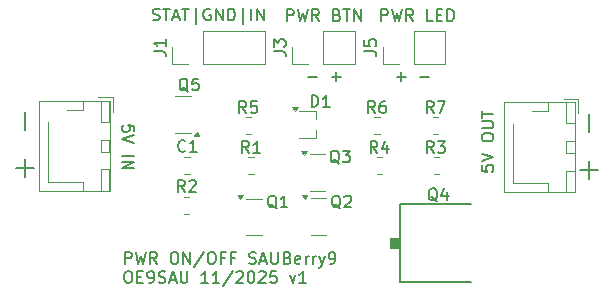
<source format=gbr>
%TF.GenerationSoftware,KiCad,Pcbnew,9.0.4*%
%TF.CreationDate,2025-11-06T12:38:59+01:00*%
%TF.ProjectId,pwr_board,7077725f-626f-4617-9264-2e6b69636164,rev?*%
%TF.SameCoordinates,Original*%
%TF.FileFunction,Legend,Top*%
%TF.FilePolarity,Positive*%
%FSLAX46Y46*%
G04 Gerber Fmt 4.6, Leading zero omitted, Abs format (unit mm)*
G04 Created by KiCad (PCBNEW 9.0.4) date 2025-11-06 12:38:59*
%MOMM*%
%LPD*%
G01*
G04 APERTURE LIST*
%ADD10C,0.200000*%
%ADD11C,0.150000*%
%ADD12C,0.120000*%
%ADD13C,0.203200*%
%ADD14C,0.010000*%
G04 APERTURE END LIST*
D10*
X167750073Y-75584419D02*
X167750073Y-74584419D01*
X167750073Y-74584419D02*
X168131025Y-74584419D01*
X168131025Y-74584419D02*
X168226263Y-74632038D01*
X168226263Y-74632038D02*
X168273882Y-74679657D01*
X168273882Y-74679657D02*
X168321501Y-74774895D01*
X168321501Y-74774895D02*
X168321501Y-74917752D01*
X168321501Y-74917752D02*
X168273882Y-75012990D01*
X168273882Y-75012990D02*
X168226263Y-75060609D01*
X168226263Y-75060609D02*
X168131025Y-75108228D01*
X168131025Y-75108228D02*
X167750073Y-75108228D01*
X168654835Y-74584419D02*
X168892930Y-75584419D01*
X168892930Y-75584419D02*
X169083406Y-74870133D01*
X169083406Y-74870133D02*
X169273882Y-75584419D01*
X169273882Y-75584419D02*
X169511978Y-74584419D01*
X170464358Y-75584419D02*
X170131025Y-75108228D01*
X169892930Y-75584419D02*
X169892930Y-74584419D01*
X169892930Y-74584419D02*
X170273882Y-74584419D01*
X170273882Y-74584419D02*
X170369120Y-74632038D01*
X170369120Y-74632038D02*
X170416739Y-74679657D01*
X170416739Y-74679657D02*
X170464358Y-74774895D01*
X170464358Y-74774895D02*
X170464358Y-74917752D01*
X170464358Y-74917752D02*
X170416739Y-75012990D01*
X170416739Y-75012990D02*
X170369120Y-75060609D01*
X170369120Y-75060609D02*
X170273882Y-75108228D01*
X170273882Y-75108228D02*
X169892930Y-75108228D01*
X172131025Y-75584419D02*
X171654835Y-75584419D01*
X171654835Y-75584419D02*
X171654835Y-74584419D01*
X172464359Y-75060609D02*
X172797692Y-75060609D01*
X172940549Y-75584419D02*
X172464359Y-75584419D01*
X172464359Y-75584419D02*
X172464359Y-74584419D01*
X172464359Y-74584419D02*
X172940549Y-74584419D01*
X173369121Y-75584419D02*
X173369121Y-74584419D01*
X173369121Y-74584419D02*
X173607216Y-74584419D01*
X173607216Y-74584419D02*
X173750073Y-74632038D01*
X173750073Y-74632038D02*
X173845311Y-74727276D01*
X173845311Y-74727276D02*
X173892930Y-74822514D01*
X173892930Y-74822514D02*
X173940549Y-75012990D01*
X173940549Y-75012990D02*
X173940549Y-75155847D01*
X173940549Y-75155847D02*
X173892930Y-75346323D01*
X173892930Y-75346323D02*
X173845311Y-75441561D01*
X173845311Y-75441561D02*
X173750073Y-75536800D01*
X173750073Y-75536800D02*
X173607216Y-75584419D01*
X173607216Y-75584419D02*
X173369121Y-75584419D01*
X148422054Y-75486000D02*
X148564911Y-75533619D01*
X148564911Y-75533619D02*
X148803006Y-75533619D01*
X148803006Y-75533619D02*
X148898244Y-75486000D01*
X148898244Y-75486000D02*
X148945863Y-75438380D01*
X148945863Y-75438380D02*
X148993482Y-75343142D01*
X148993482Y-75343142D02*
X148993482Y-75247904D01*
X148993482Y-75247904D02*
X148945863Y-75152666D01*
X148945863Y-75152666D02*
X148898244Y-75105047D01*
X148898244Y-75105047D02*
X148803006Y-75057428D01*
X148803006Y-75057428D02*
X148612530Y-75009809D01*
X148612530Y-75009809D02*
X148517292Y-74962190D01*
X148517292Y-74962190D02*
X148469673Y-74914571D01*
X148469673Y-74914571D02*
X148422054Y-74819333D01*
X148422054Y-74819333D02*
X148422054Y-74724095D01*
X148422054Y-74724095D02*
X148469673Y-74628857D01*
X148469673Y-74628857D02*
X148517292Y-74581238D01*
X148517292Y-74581238D02*
X148612530Y-74533619D01*
X148612530Y-74533619D02*
X148850625Y-74533619D01*
X148850625Y-74533619D02*
X148993482Y-74581238D01*
X149279197Y-74533619D02*
X149850625Y-74533619D01*
X149564911Y-75533619D02*
X149564911Y-74533619D01*
X150136340Y-75247904D02*
X150612530Y-75247904D01*
X150041102Y-75533619D02*
X150374435Y-74533619D01*
X150374435Y-74533619D02*
X150707768Y-75533619D01*
X150898245Y-74533619D02*
X151469673Y-74533619D01*
X151183959Y-75533619D02*
X151183959Y-74533619D01*
X152041102Y-75866952D02*
X152041102Y-74438380D01*
X153279197Y-74581238D02*
X153183959Y-74533619D01*
X153183959Y-74533619D02*
X153041102Y-74533619D01*
X153041102Y-74533619D02*
X152898245Y-74581238D01*
X152898245Y-74581238D02*
X152803007Y-74676476D01*
X152803007Y-74676476D02*
X152755388Y-74771714D01*
X152755388Y-74771714D02*
X152707769Y-74962190D01*
X152707769Y-74962190D02*
X152707769Y-75105047D01*
X152707769Y-75105047D02*
X152755388Y-75295523D01*
X152755388Y-75295523D02*
X152803007Y-75390761D01*
X152803007Y-75390761D02*
X152898245Y-75486000D01*
X152898245Y-75486000D02*
X153041102Y-75533619D01*
X153041102Y-75533619D02*
X153136340Y-75533619D01*
X153136340Y-75533619D02*
X153279197Y-75486000D01*
X153279197Y-75486000D02*
X153326816Y-75438380D01*
X153326816Y-75438380D02*
X153326816Y-75105047D01*
X153326816Y-75105047D02*
X153136340Y-75105047D01*
X153755388Y-75533619D02*
X153755388Y-74533619D01*
X153755388Y-74533619D02*
X154326816Y-75533619D01*
X154326816Y-75533619D02*
X154326816Y-74533619D01*
X154803007Y-75533619D02*
X154803007Y-74533619D01*
X154803007Y-74533619D02*
X155041102Y-74533619D01*
X155041102Y-74533619D02*
X155183959Y-74581238D01*
X155183959Y-74581238D02*
X155279197Y-74676476D01*
X155279197Y-74676476D02*
X155326816Y-74771714D01*
X155326816Y-74771714D02*
X155374435Y-74962190D01*
X155374435Y-74962190D02*
X155374435Y-75105047D01*
X155374435Y-75105047D02*
X155326816Y-75295523D01*
X155326816Y-75295523D02*
X155279197Y-75390761D01*
X155279197Y-75390761D02*
X155183959Y-75486000D01*
X155183959Y-75486000D02*
X155041102Y-75533619D01*
X155041102Y-75533619D02*
X154803007Y-75533619D01*
X156041102Y-75866952D02*
X156041102Y-74438380D01*
X156755388Y-75533619D02*
X156755388Y-74533619D01*
X157231578Y-75533619D02*
X157231578Y-74533619D01*
X157231578Y-74533619D02*
X157803006Y-75533619D01*
X157803006Y-75533619D02*
X157803006Y-74533619D01*
D11*
X146830180Y-84912969D02*
X146830180Y-84436779D01*
X146830180Y-84436779D02*
X146353990Y-84389160D01*
X146353990Y-84389160D02*
X146401609Y-84436779D01*
X146401609Y-84436779D02*
X146449228Y-84532017D01*
X146449228Y-84532017D02*
X146449228Y-84770112D01*
X146449228Y-84770112D02*
X146401609Y-84865350D01*
X146401609Y-84865350D02*
X146353990Y-84912969D01*
X146353990Y-84912969D02*
X146258752Y-84960588D01*
X146258752Y-84960588D02*
X146020657Y-84960588D01*
X146020657Y-84960588D02*
X145925419Y-84912969D01*
X145925419Y-84912969D02*
X145877800Y-84865350D01*
X145877800Y-84865350D02*
X145830180Y-84770112D01*
X145830180Y-84770112D02*
X145830180Y-84532017D01*
X145830180Y-84532017D02*
X145877800Y-84436779D01*
X145877800Y-84436779D02*
X145925419Y-84389160D01*
X146830180Y-85246303D02*
X145830180Y-85579636D01*
X145830180Y-85579636D02*
X146830180Y-85912969D01*
X145830180Y-87008208D02*
X146830180Y-87008208D01*
X145830180Y-87484398D02*
X146830180Y-87484398D01*
X146830180Y-87484398D02*
X145830180Y-88055826D01*
X145830180Y-88055826D02*
X146830180Y-88055826D01*
D10*
X159774473Y-75584419D02*
X159774473Y-74584419D01*
X159774473Y-74584419D02*
X160155425Y-74584419D01*
X160155425Y-74584419D02*
X160250663Y-74632038D01*
X160250663Y-74632038D02*
X160298282Y-74679657D01*
X160298282Y-74679657D02*
X160345901Y-74774895D01*
X160345901Y-74774895D02*
X160345901Y-74917752D01*
X160345901Y-74917752D02*
X160298282Y-75012990D01*
X160298282Y-75012990D02*
X160250663Y-75060609D01*
X160250663Y-75060609D02*
X160155425Y-75108228D01*
X160155425Y-75108228D02*
X159774473Y-75108228D01*
X160679235Y-74584419D02*
X160917330Y-75584419D01*
X160917330Y-75584419D02*
X161107806Y-74870133D01*
X161107806Y-74870133D02*
X161298282Y-75584419D01*
X161298282Y-75584419D02*
X161536378Y-74584419D01*
X162488758Y-75584419D02*
X162155425Y-75108228D01*
X161917330Y-75584419D02*
X161917330Y-74584419D01*
X161917330Y-74584419D02*
X162298282Y-74584419D01*
X162298282Y-74584419D02*
X162393520Y-74632038D01*
X162393520Y-74632038D02*
X162441139Y-74679657D01*
X162441139Y-74679657D02*
X162488758Y-74774895D01*
X162488758Y-74774895D02*
X162488758Y-74917752D01*
X162488758Y-74917752D02*
X162441139Y-75012990D01*
X162441139Y-75012990D02*
X162393520Y-75060609D01*
X162393520Y-75060609D02*
X162298282Y-75108228D01*
X162298282Y-75108228D02*
X161917330Y-75108228D01*
X164012568Y-75060609D02*
X164155425Y-75108228D01*
X164155425Y-75108228D02*
X164203044Y-75155847D01*
X164203044Y-75155847D02*
X164250663Y-75251085D01*
X164250663Y-75251085D02*
X164250663Y-75393942D01*
X164250663Y-75393942D02*
X164203044Y-75489180D01*
X164203044Y-75489180D02*
X164155425Y-75536800D01*
X164155425Y-75536800D02*
X164060187Y-75584419D01*
X164060187Y-75584419D02*
X163679235Y-75584419D01*
X163679235Y-75584419D02*
X163679235Y-74584419D01*
X163679235Y-74584419D02*
X164012568Y-74584419D01*
X164012568Y-74584419D02*
X164107806Y-74632038D01*
X164107806Y-74632038D02*
X164155425Y-74679657D01*
X164155425Y-74679657D02*
X164203044Y-74774895D01*
X164203044Y-74774895D02*
X164203044Y-74870133D01*
X164203044Y-74870133D02*
X164155425Y-74965371D01*
X164155425Y-74965371D02*
X164107806Y-75012990D01*
X164107806Y-75012990D02*
X164012568Y-75060609D01*
X164012568Y-75060609D02*
X163679235Y-75060609D01*
X164536378Y-74584419D02*
X165107806Y-74584419D01*
X164822092Y-75584419D02*
X164822092Y-74584419D01*
X165441140Y-75584419D02*
X165441140Y-74584419D01*
X165441140Y-74584419D02*
X166012568Y-75584419D01*
X166012568Y-75584419D02*
X166012568Y-74584419D01*
X137582933Y-88792231D02*
X137582933Y-87268422D01*
X138344838Y-88030326D02*
X136821028Y-88030326D01*
X137582933Y-84792231D02*
X137582933Y-83268422D01*
X146064073Y-96148875D02*
X146064073Y-95148875D01*
X146064073Y-95148875D02*
X146445025Y-95148875D01*
X146445025Y-95148875D02*
X146540263Y-95196494D01*
X146540263Y-95196494D02*
X146587882Y-95244113D01*
X146587882Y-95244113D02*
X146635501Y-95339351D01*
X146635501Y-95339351D02*
X146635501Y-95482208D01*
X146635501Y-95482208D02*
X146587882Y-95577446D01*
X146587882Y-95577446D02*
X146540263Y-95625065D01*
X146540263Y-95625065D02*
X146445025Y-95672684D01*
X146445025Y-95672684D02*
X146064073Y-95672684D01*
X146968835Y-95148875D02*
X147206930Y-96148875D01*
X147206930Y-96148875D02*
X147397406Y-95434589D01*
X147397406Y-95434589D02*
X147587882Y-96148875D01*
X147587882Y-96148875D02*
X147825978Y-95148875D01*
X148778358Y-96148875D02*
X148445025Y-95672684D01*
X148206930Y-96148875D02*
X148206930Y-95148875D01*
X148206930Y-95148875D02*
X148587882Y-95148875D01*
X148587882Y-95148875D02*
X148683120Y-95196494D01*
X148683120Y-95196494D02*
X148730739Y-95244113D01*
X148730739Y-95244113D02*
X148778358Y-95339351D01*
X148778358Y-95339351D02*
X148778358Y-95482208D01*
X148778358Y-95482208D02*
X148730739Y-95577446D01*
X148730739Y-95577446D02*
X148683120Y-95625065D01*
X148683120Y-95625065D02*
X148587882Y-95672684D01*
X148587882Y-95672684D02*
X148206930Y-95672684D01*
X150159311Y-95148875D02*
X150349787Y-95148875D01*
X150349787Y-95148875D02*
X150445025Y-95196494D01*
X150445025Y-95196494D02*
X150540263Y-95291732D01*
X150540263Y-95291732D02*
X150587882Y-95482208D01*
X150587882Y-95482208D02*
X150587882Y-95815541D01*
X150587882Y-95815541D02*
X150540263Y-96006017D01*
X150540263Y-96006017D02*
X150445025Y-96101256D01*
X150445025Y-96101256D02*
X150349787Y-96148875D01*
X150349787Y-96148875D02*
X150159311Y-96148875D01*
X150159311Y-96148875D02*
X150064073Y-96101256D01*
X150064073Y-96101256D02*
X149968835Y-96006017D01*
X149968835Y-96006017D02*
X149921216Y-95815541D01*
X149921216Y-95815541D02*
X149921216Y-95482208D01*
X149921216Y-95482208D02*
X149968835Y-95291732D01*
X149968835Y-95291732D02*
X150064073Y-95196494D01*
X150064073Y-95196494D02*
X150159311Y-95148875D01*
X151016454Y-96148875D02*
X151016454Y-95148875D01*
X151016454Y-95148875D02*
X151587882Y-96148875D01*
X151587882Y-96148875D02*
X151587882Y-95148875D01*
X152778358Y-95101256D02*
X151921216Y-96386970D01*
X153302168Y-95148875D02*
X153492644Y-95148875D01*
X153492644Y-95148875D02*
X153587882Y-95196494D01*
X153587882Y-95196494D02*
X153683120Y-95291732D01*
X153683120Y-95291732D02*
X153730739Y-95482208D01*
X153730739Y-95482208D02*
X153730739Y-95815541D01*
X153730739Y-95815541D02*
X153683120Y-96006017D01*
X153683120Y-96006017D02*
X153587882Y-96101256D01*
X153587882Y-96101256D02*
X153492644Y-96148875D01*
X153492644Y-96148875D02*
X153302168Y-96148875D01*
X153302168Y-96148875D02*
X153206930Y-96101256D01*
X153206930Y-96101256D02*
X153111692Y-96006017D01*
X153111692Y-96006017D02*
X153064073Y-95815541D01*
X153064073Y-95815541D02*
X153064073Y-95482208D01*
X153064073Y-95482208D02*
X153111692Y-95291732D01*
X153111692Y-95291732D02*
X153206930Y-95196494D01*
X153206930Y-95196494D02*
X153302168Y-95148875D01*
X154492644Y-95625065D02*
X154159311Y-95625065D01*
X154159311Y-96148875D02*
X154159311Y-95148875D01*
X154159311Y-95148875D02*
X154635501Y-95148875D01*
X155349787Y-95625065D02*
X155016454Y-95625065D01*
X155016454Y-96148875D02*
X155016454Y-95148875D01*
X155016454Y-95148875D02*
X155492644Y-95148875D01*
X156587883Y-96101256D02*
X156730740Y-96148875D01*
X156730740Y-96148875D02*
X156968835Y-96148875D01*
X156968835Y-96148875D02*
X157064073Y-96101256D01*
X157064073Y-96101256D02*
X157111692Y-96053636D01*
X157111692Y-96053636D02*
X157159311Y-95958398D01*
X157159311Y-95958398D02*
X157159311Y-95863160D01*
X157159311Y-95863160D02*
X157111692Y-95767922D01*
X157111692Y-95767922D02*
X157064073Y-95720303D01*
X157064073Y-95720303D02*
X156968835Y-95672684D01*
X156968835Y-95672684D02*
X156778359Y-95625065D01*
X156778359Y-95625065D02*
X156683121Y-95577446D01*
X156683121Y-95577446D02*
X156635502Y-95529827D01*
X156635502Y-95529827D02*
X156587883Y-95434589D01*
X156587883Y-95434589D02*
X156587883Y-95339351D01*
X156587883Y-95339351D02*
X156635502Y-95244113D01*
X156635502Y-95244113D02*
X156683121Y-95196494D01*
X156683121Y-95196494D02*
X156778359Y-95148875D01*
X156778359Y-95148875D02*
X157016454Y-95148875D01*
X157016454Y-95148875D02*
X157159311Y-95196494D01*
X157540264Y-95863160D02*
X158016454Y-95863160D01*
X157445026Y-96148875D02*
X157778359Y-95148875D01*
X157778359Y-95148875D02*
X158111692Y-96148875D01*
X158445026Y-95148875D02*
X158445026Y-95958398D01*
X158445026Y-95958398D02*
X158492645Y-96053636D01*
X158492645Y-96053636D02*
X158540264Y-96101256D01*
X158540264Y-96101256D02*
X158635502Y-96148875D01*
X158635502Y-96148875D02*
X158825978Y-96148875D01*
X158825978Y-96148875D02*
X158921216Y-96101256D01*
X158921216Y-96101256D02*
X158968835Y-96053636D01*
X158968835Y-96053636D02*
X159016454Y-95958398D01*
X159016454Y-95958398D02*
X159016454Y-95148875D01*
X159825978Y-95625065D02*
X159968835Y-95672684D01*
X159968835Y-95672684D02*
X160016454Y-95720303D01*
X160016454Y-95720303D02*
X160064073Y-95815541D01*
X160064073Y-95815541D02*
X160064073Y-95958398D01*
X160064073Y-95958398D02*
X160016454Y-96053636D01*
X160016454Y-96053636D02*
X159968835Y-96101256D01*
X159968835Y-96101256D02*
X159873597Y-96148875D01*
X159873597Y-96148875D02*
X159492645Y-96148875D01*
X159492645Y-96148875D02*
X159492645Y-95148875D01*
X159492645Y-95148875D02*
X159825978Y-95148875D01*
X159825978Y-95148875D02*
X159921216Y-95196494D01*
X159921216Y-95196494D02*
X159968835Y-95244113D01*
X159968835Y-95244113D02*
X160016454Y-95339351D01*
X160016454Y-95339351D02*
X160016454Y-95434589D01*
X160016454Y-95434589D02*
X159968835Y-95529827D01*
X159968835Y-95529827D02*
X159921216Y-95577446D01*
X159921216Y-95577446D02*
X159825978Y-95625065D01*
X159825978Y-95625065D02*
X159492645Y-95625065D01*
X160873597Y-96101256D02*
X160778359Y-96148875D01*
X160778359Y-96148875D02*
X160587883Y-96148875D01*
X160587883Y-96148875D02*
X160492645Y-96101256D01*
X160492645Y-96101256D02*
X160445026Y-96006017D01*
X160445026Y-96006017D02*
X160445026Y-95625065D01*
X160445026Y-95625065D02*
X160492645Y-95529827D01*
X160492645Y-95529827D02*
X160587883Y-95482208D01*
X160587883Y-95482208D02*
X160778359Y-95482208D01*
X160778359Y-95482208D02*
X160873597Y-95529827D01*
X160873597Y-95529827D02*
X160921216Y-95625065D01*
X160921216Y-95625065D02*
X160921216Y-95720303D01*
X160921216Y-95720303D02*
X160445026Y-95815541D01*
X161349788Y-96148875D02*
X161349788Y-95482208D01*
X161349788Y-95672684D02*
X161397407Y-95577446D01*
X161397407Y-95577446D02*
X161445026Y-95529827D01*
X161445026Y-95529827D02*
X161540264Y-95482208D01*
X161540264Y-95482208D02*
X161635502Y-95482208D01*
X161968836Y-96148875D02*
X161968836Y-95482208D01*
X161968836Y-95672684D02*
X162016455Y-95577446D01*
X162016455Y-95577446D02*
X162064074Y-95529827D01*
X162064074Y-95529827D02*
X162159312Y-95482208D01*
X162159312Y-95482208D02*
X162254550Y-95482208D01*
X162492646Y-95482208D02*
X162730741Y-96148875D01*
X162968836Y-95482208D02*
X162730741Y-96148875D01*
X162730741Y-96148875D02*
X162635503Y-96386970D01*
X162635503Y-96386970D02*
X162587884Y-96434589D01*
X162587884Y-96434589D02*
X162492646Y-96482208D01*
X163397408Y-96148875D02*
X163587884Y-96148875D01*
X163587884Y-96148875D02*
X163683122Y-96101256D01*
X163683122Y-96101256D02*
X163730741Y-96053636D01*
X163730741Y-96053636D02*
X163825979Y-95910779D01*
X163825979Y-95910779D02*
X163873598Y-95720303D01*
X163873598Y-95720303D02*
X163873598Y-95339351D01*
X163873598Y-95339351D02*
X163825979Y-95244113D01*
X163825979Y-95244113D02*
X163778360Y-95196494D01*
X163778360Y-95196494D02*
X163683122Y-95148875D01*
X163683122Y-95148875D02*
X163492646Y-95148875D01*
X163492646Y-95148875D02*
X163397408Y-95196494D01*
X163397408Y-95196494D02*
X163349789Y-95244113D01*
X163349789Y-95244113D02*
X163302170Y-95339351D01*
X163302170Y-95339351D02*
X163302170Y-95577446D01*
X163302170Y-95577446D02*
X163349789Y-95672684D01*
X163349789Y-95672684D02*
X163397408Y-95720303D01*
X163397408Y-95720303D02*
X163492646Y-95767922D01*
X163492646Y-95767922D02*
X163683122Y-95767922D01*
X163683122Y-95767922D02*
X163778360Y-95720303D01*
X163778360Y-95720303D02*
X163825979Y-95672684D01*
X163825979Y-95672684D02*
X163873598Y-95577446D01*
X146254549Y-96758819D02*
X146445025Y-96758819D01*
X146445025Y-96758819D02*
X146540263Y-96806438D01*
X146540263Y-96806438D02*
X146635501Y-96901676D01*
X146635501Y-96901676D02*
X146683120Y-97092152D01*
X146683120Y-97092152D02*
X146683120Y-97425485D01*
X146683120Y-97425485D02*
X146635501Y-97615961D01*
X146635501Y-97615961D02*
X146540263Y-97711200D01*
X146540263Y-97711200D02*
X146445025Y-97758819D01*
X146445025Y-97758819D02*
X146254549Y-97758819D01*
X146254549Y-97758819D02*
X146159311Y-97711200D01*
X146159311Y-97711200D02*
X146064073Y-97615961D01*
X146064073Y-97615961D02*
X146016454Y-97425485D01*
X146016454Y-97425485D02*
X146016454Y-97092152D01*
X146016454Y-97092152D02*
X146064073Y-96901676D01*
X146064073Y-96901676D02*
X146159311Y-96806438D01*
X146159311Y-96806438D02*
X146254549Y-96758819D01*
X147111692Y-97235009D02*
X147445025Y-97235009D01*
X147587882Y-97758819D02*
X147111692Y-97758819D01*
X147111692Y-97758819D02*
X147111692Y-96758819D01*
X147111692Y-96758819D02*
X147587882Y-96758819D01*
X148064073Y-97758819D02*
X148254549Y-97758819D01*
X148254549Y-97758819D02*
X148349787Y-97711200D01*
X148349787Y-97711200D02*
X148397406Y-97663580D01*
X148397406Y-97663580D02*
X148492644Y-97520723D01*
X148492644Y-97520723D02*
X148540263Y-97330247D01*
X148540263Y-97330247D02*
X148540263Y-96949295D01*
X148540263Y-96949295D02*
X148492644Y-96854057D01*
X148492644Y-96854057D02*
X148445025Y-96806438D01*
X148445025Y-96806438D02*
X148349787Y-96758819D01*
X148349787Y-96758819D02*
X148159311Y-96758819D01*
X148159311Y-96758819D02*
X148064073Y-96806438D01*
X148064073Y-96806438D02*
X148016454Y-96854057D01*
X148016454Y-96854057D02*
X147968835Y-96949295D01*
X147968835Y-96949295D02*
X147968835Y-97187390D01*
X147968835Y-97187390D02*
X148016454Y-97282628D01*
X148016454Y-97282628D02*
X148064073Y-97330247D01*
X148064073Y-97330247D02*
X148159311Y-97377866D01*
X148159311Y-97377866D02*
X148349787Y-97377866D01*
X148349787Y-97377866D02*
X148445025Y-97330247D01*
X148445025Y-97330247D02*
X148492644Y-97282628D01*
X148492644Y-97282628D02*
X148540263Y-97187390D01*
X148921216Y-97711200D02*
X149064073Y-97758819D01*
X149064073Y-97758819D02*
X149302168Y-97758819D01*
X149302168Y-97758819D02*
X149397406Y-97711200D01*
X149397406Y-97711200D02*
X149445025Y-97663580D01*
X149445025Y-97663580D02*
X149492644Y-97568342D01*
X149492644Y-97568342D02*
X149492644Y-97473104D01*
X149492644Y-97473104D02*
X149445025Y-97377866D01*
X149445025Y-97377866D02*
X149397406Y-97330247D01*
X149397406Y-97330247D02*
X149302168Y-97282628D01*
X149302168Y-97282628D02*
X149111692Y-97235009D01*
X149111692Y-97235009D02*
X149016454Y-97187390D01*
X149016454Y-97187390D02*
X148968835Y-97139771D01*
X148968835Y-97139771D02*
X148921216Y-97044533D01*
X148921216Y-97044533D02*
X148921216Y-96949295D01*
X148921216Y-96949295D02*
X148968835Y-96854057D01*
X148968835Y-96854057D02*
X149016454Y-96806438D01*
X149016454Y-96806438D02*
X149111692Y-96758819D01*
X149111692Y-96758819D02*
X149349787Y-96758819D01*
X149349787Y-96758819D02*
X149492644Y-96806438D01*
X149873597Y-97473104D02*
X150349787Y-97473104D01*
X149778359Y-97758819D02*
X150111692Y-96758819D01*
X150111692Y-96758819D02*
X150445025Y-97758819D01*
X150778359Y-96758819D02*
X150778359Y-97568342D01*
X150778359Y-97568342D02*
X150825978Y-97663580D01*
X150825978Y-97663580D02*
X150873597Y-97711200D01*
X150873597Y-97711200D02*
X150968835Y-97758819D01*
X150968835Y-97758819D02*
X151159311Y-97758819D01*
X151159311Y-97758819D02*
X151254549Y-97711200D01*
X151254549Y-97711200D02*
X151302168Y-97663580D01*
X151302168Y-97663580D02*
X151349787Y-97568342D01*
X151349787Y-97568342D02*
X151349787Y-96758819D01*
X153111692Y-97758819D02*
X152540264Y-97758819D01*
X152825978Y-97758819D02*
X152825978Y-96758819D01*
X152825978Y-96758819D02*
X152730740Y-96901676D01*
X152730740Y-96901676D02*
X152635502Y-96996914D01*
X152635502Y-96996914D02*
X152540264Y-97044533D01*
X154064073Y-97758819D02*
X153492645Y-97758819D01*
X153778359Y-97758819D02*
X153778359Y-96758819D01*
X153778359Y-96758819D02*
X153683121Y-96901676D01*
X153683121Y-96901676D02*
X153587883Y-96996914D01*
X153587883Y-96996914D02*
X153492645Y-97044533D01*
X155206930Y-96711200D02*
X154349788Y-97996914D01*
X155492645Y-96854057D02*
X155540264Y-96806438D01*
X155540264Y-96806438D02*
X155635502Y-96758819D01*
X155635502Y-96758819D02*
X155873597Y-96758819D01*
X155873597Y-96758819D02*
X155968835Y-96806438D01*
X155968835Y-96806438D02*
X156016454Y-96854057D01*
X156016454Y-96854057D02*
X156064073Y-96949295D01*
X156064073Y-96949295D02*
X156064073Y-97044533D01*
X156064073Y-97044533D02*
X156016454Y-97187390D01*
X156016454Y-97187390D02*
X155445026Y-97758819D01*
X155445026Y-97758819D02*
X156064073Y-97758819D01*
X156683121Y-96758819D02*
X156778359Y-96758819D01*
X156778359Y-96758819D02*
X156873597Y-96806438D01*
X156873597Y-96806438D02*
X156921216Y-96854057D01*
X156921216Y-96854057D02*
X156968835Y-96949295D01*
X156968835Y-96949295D02*
X157016454Y-97139771D01*
X157016454Y-97139771D02*
X157016454Y-97377866D01*
X157016454Y-97377866D02*
X156968835Y-97568342D01*
X156968835Y-97568342D02*
X156921216Y-97663580D01*
X156921216Y-97663580D02*
X156873597Y-97711200D01*
X156873597Y-97711200D02*
X156778359Y-97758819D01*
X156778359Y-97758819D02*
X156683121Y-97758819D01*
X156683121Y-97758819D02*
X156587883Y-97711200D01*
X156587883Y-97711200D02*
X156540264Y-97663580D01*
X156540264Y-97663580D02*
X156492645Y-97568342D01*
X156492645Y-97568342D02*
X156445026Y-97377866D01*
X156445026Y-97377866D02*
X156445026Y-97139771D01*
X156445026Y-97139771D02*
X156492645Y-96949295D01*
X156492645Y-96949295D02*
X156540264Y-96854057D01*
X156540264Y-96854057D02*
X156587883Y-96806438D01*
X156587883Y-96806438D02*
X156683121Y-96758819D01*
X157397407Y-96854057D02*
X157445026Y-96806438D01*
X157445026Y-96806438D02*
X157540264Y-96758819D01*
X157540264Y-96758819D02*
X157778359Y-96758819D01*
X157778359Y-96758819D02*
X157873597Y-96806438D01*
X157873597Y-96806438D02*
X157921216Y-96854057D01*
X157921216Y-96854057D02*
X157968835Y-96949295D01*
X157968835Y-96949295D02*
X157968835Y-97044533D01*
X157968835Y-97044533D02*
X157921216Y-97187390D01*
X157921216Y-97187390D02*
X157349788Y-97758819D01*
X157349788Y-97758819D02*
X157968835Y-97758819D01*
X158873597Y-96758819D02*
X158397407Y-96758819D01*
X158397407Y-96758819D02*
X158349788Y-97235009D01*
X158349788Y-97235009D02*
X158397407Y-97187390D01*
X158397407Y-97187390D02*
X158492645Y-97139771D01*
X158492645Y-97139771D02*
X158730740Y-97139771D01*
X158730740Y-97139771D02*
X158825978Y-97187390D01*
X158825978Y-97187390D02*
X158873597Y-97235009D01*
X158873597Y-97235009D02*
X158921216Y-97330247D01*
X158921216Y-97330247D02*
X158921216Y-97568342D01*
X158921216Y-97568342D02*
X158873597Y-97663580D01*
X158873597Y-97663580D02*
X158825978Y-97711200D01*
X158825978Y-97711200D02*
X158730740Y-97758819D01*
X158730740Y-97758819D02*
X158492645Y-97758819D01*
X158492645Y-97758819D02*
X158397407Y-97711200D01*
X158397407Y-97711200D02*
X158349788Y-97663580D01*
X160016455Y-97092152D02*
X160254550Y-97758819D01*
X160254550Y-97758819D02*
X160492645Y-97092152D01*
X161397407Y-97758819D02*
X160825979Y-97758819D01*
X161111693Y-97758819D02*
X161111693Y-96758819D01*
X161111693Y-96758819D02*
X161016455Y-96901676D01*
X161016455Y-96901676D02*
X160921217Y-96996914D01*
X160921217Y-96996914D02*
X160825979Y-97044533D01*
X185382933Y-88992231D02*
X185382933Y-87468422D01*
X186144838Y-88230326D02*
X184621028Y-88230326D01*
X185382933Y-84992231D02*
X185382933Y-83468422D01*
X169069673Y-80286266D02*
X169831578Y-80286266D01*
X169450625Y-80667219D02*
X169450625Y-79905314D01*
X171069673Y-80286266D02*
X171831578Y-80286266D01*
X164330326Y-80313733D02*
X163568422Y-80313733D01*
X163949374Y-79932780D02*
X163949374Y-80694685D01*
X162330326Y-80313733D02*
X161568422Y-80313733D01*
D11*
X158664019Y-78133333D02*
X159378304Y-78133333D01*
X159378304Y-78133333D02*
X159521161Y-78180952D01*
X159521161Y-78180952D02*
X159616400Y-78276190D01*
X159616400Y-78276190D02*
X159664019Y-78419047D01*
X159664019Y-78419047D02*
X159664019Y-78514285D01*
X158664019Y-77752380D02*
X158664019Y-77133333D01*
X158664019Y-77133333D02*
X159044971Y-77466666D01*
X159044971Y-77466666D02*
X159044971Y-77323809D01*
X159044971Y-77323809D02*
X159092590Y-77228571D01*
X159092590Y-77228571D02*
X159140209Y-77180952D01*
X159140209Y-77180952D02*
X159235447Y-77133333D01*
X159235447Y-77133333D02*
X159473542Y-77133333D01*
X159473542Y-77133333D02*
X159568780Y-77180952D01*
X159568780Y-77180952D02*
X159616400Y-77228571D01*
X159616400Y-77228571D02*
X159664019Y-77323809D01*
X159664019Y-77323809D02*
X159664019Y-77609523D01*
X159664019Y-77609523D02*
X159616400Y-77704761D01*
X159616400Y-77704761D02*
X159568780Y-77752380D01*
X172195833Y-86754819D02*
X171862500Y-86278628D01*
X171624405Y-86754819D02*
X171624405Y-85754819D01*
X171624405Y-85754819D02*
X172005357Y-85754819D01*
X172005357Y-85754819D02*
X172100595Y-85802438D01*
X172100595Y-85802438D02*
X172148214Y-85850057D01*
X172148214Y-85850057D02*
X172195833Y-85945295D01*
X172195833Y-85945295D02*
X172195833Y-86088152D01*
X172195833Y-86088152D02*
X172148214Y-86183390D01*
X172148214Y-86183390D02*
X172100595Y-86231009D01*
X172100595Y-86231009D02*
X172005357Y-86278628D01*
X172005357Y-86278628D02*
X171624405Y-86278628D01*
X172529167Y-85754819D02*
X173148214Y-85754819D01*
X173148214Y-85754819D02*
X172814881Y-86135771D01*
X172814881Y-86135771D02*
X172957738Y-86135771D01*
X172957738Y-86135771D02*
X173052976Y-86183390D01*
X173052976Y-86183390D02*
X173100595Y-86231009D01*
X173100595Y-86231009D02*
X173148214Y-86326247D01*
X173148214Y-86326247D02*
X173148214Y-86564342D01*
X173148214Y-86564342D02*
X173100595Y-86659580D01*
X173100595Y-86659580D02*
X173052976Y-86707200D01*
X173052976Y-86707200D02*
X172957738Y-86754819D01*
X172957738Y-86754819D02*
X172672024Y-86754819D01*
X172672024Y-86754819D02*
X172576786Y-86707200D01*
X172576786Y-86707200D02*
X172529167Y-86659580D01*
X156331333Y-83354819D02*
X155998000Y-82878628D01*
X155759905Y-83354819D02*
X155759905Y-82354819D01*
X155759905Y-82354819D02*
X156140857Y-82354819D01*
X156140857Y-82354819D02*
X156236095Y-82402438D01*
X156236095Y-82402438D02*
X156283714Y-82450057D01*
X156283714Y-82450057D02*
X156331333Y-82545295D01*
X156331333Y-82545295D02*
X156331333Y-82688152D01*
X156331333Y-82688152D02*
X156283714Y-82783390D01*
X156283714Y-82783390D02*
X156236095Y-82831009D01*
X156236095Y-82831009D02*
X156140857Y-82878628D01*
X156140857Y-82878628D02*
X155759905Y-82878628D01*
X157236095Y-82354819D02*
X156759905Y-82354819D01*
X156759905Y-82354819D02*
X156712286Y-82831009D01*
X156712286Y-82831009D02*
X156759905Y-82783390D01*
X156759905Y-82783390D02*
X156855143Y-82735771D01*
X156855143Y-82735771D02*
X157093238Y-82735771D01*
X157093238Y-82735771D02*
X157188476Y-82783390D01*
X157188476Y-82783390D02*
X157236095Y-82831009D01*
X157236095Y-82831009D02*
X157283714Y-82926247D01*
X157283714Y-82926247D02*
X157283714Y-83164342D01*
X157283714Y-83164342D02*
X157236095Y-83259580D01*
X157236095Y-83259580D02*
X157188476Y-83307200D01*
X157188476Y-83307200D02*
X157093238Y-83354819D01*
X157093238Y-83354819D02*
X156855143Y-83354819D01*
X156855143Y-83354819D02*
X156759905Y-83307200D01*
X156759905Y-83307200D02*
X156712286Y-83259580D01*
X172195833Y-83354819D02*
X171862500Y-82878628D01*
X171624405Y-83354819D02*
X171624405Y-82354819D01*
X171624405Y-82354819D02*
X172005357Y-82354819D01*
X172005357Y-82354819D02*
X172100595Y-82402438D01*
X172100595Y-82402438D02*
X172148214Y-82450057D01*
X172148214Y-82450057D02*
X172195833Y-82545295D01*
X172195833Y-82545295D02*
X172195833Y-82688152D01*
X172195833Y-82688152D02*
X172148214Y-82783390D01*
X172148214Y-82783390D02*
X172100595Y-82831009D01*
X172100595Y-82831009D02*
X172005357Y-82878628D01*
X172005357Y-82878628D02*
X171624405Y-82878628D01*
X172529167Y-82354819D02*
X173195833Y-82354819D01*
X173195833Y-82354819D02*
X172767262Y-83354819D01*
X167220833Y-83354819D02*
X166887500Y-82878628D01*
X166649405Y-83354819D02*
X166649405Y-82354819D01*
X166649405Y-82354819D02*
X167030357Y-82354819D01*
X167030357Y-82354819D02*
X167125595Y-82402438D01*
X167125595Y-82402438D02*
X167173214Y-82450057D01*
X167173214Y-82450057D02*
X167220833Y-82545295D01*
X167220833Y-82545295D02*
X167220833Y-82688152D01*
X167220833Y-82688152D02*
X167173214Y-82783390D01*
X167173214Y-82783390D02*
X167125595Y-82831009D01*
X167125595Y-82831009D02*
X167030357Y-82878628D01*
X167030357Y-82878628D02*
X166649405Y-82878628D01*
X168077976Y-82354819D02*
X167887500Y-82354819D01*
X167887500Y-82354819D02*
X167792262Y-82402438D01*
X167792262Y-82402438D02*
X167744643Y-82450057D01*
X167744643Y-82450057D02*
X167649405Y-82592914D01*
X167649405Y-82592914D02*
X167601786Y-82783390D01*
X167601786Y-82783390D02*
X167601786Y-83164342D01*
X167601786Y-83164342D02*
X167649405Y-83259580D01*
X167649405Y-83259580D02*
X167697024Y-83307200D01*
X167697024Y-83307200D02*
X167792262Y-83354819D01*
X167792262Y-83354819D02*
X167982738Y-83354819D01*
X167982738Y-83354819D02*
X168077976Y-83307200D01*
X168077976Y-83307200D02*
X168125595Y-83259580D01*
X168125595Y-83259580D02*
X168173214Y-83164342D01*
X168173214Y-83164342D02*
X168173214Y-82926247D01*
X168173214Y-82926247D02*
X168125595Y-82831009D01*
X168125595Y-82831009D02*
X168077976Y-82783390D01*
X168077976Y-82783390D02*
X167982738Y-82735771D01*
X167982738Y-82735771D02*
X167792262Y-82735771D01*
X167792262Y-82735771D02*
X167697024Y-82783390D01*
X167697024Y-82783390D02*
X167649405Y-82831009D01*
X167649405Y-82831009D02*
X167601786Y-82926247D01*
X167433333Y-86754819D02*
X167100000Y-86278628D01*
X166861905Y-86754819D02*
X166861905Y-85754819D01*
X166861905Y-85754819D02*
X167242857Y-85754819D01*
X167242857Y-85754819D02*
X167338095Y-85802438D01*
X167338095Y-85802438D02*
X167385714Y-85850057D01*
X167385714Y-85850057D02*
X167433333Y-85945295D01*
X167433333Y-85945295D02*
X167433333Y-86088152D01*
X167433333Y-86088152D02*
X167385714Y-86183390D01*
X167385714Y-86183390D02*
X167338095Y-86231009D01*
X167338095Y-86231009D02*
X167242857Y-86278628D01*
X167242857Y-86278628D02*
X166861905Y-86278628D01*
X168290476Y-86088152D02*
X168290476Y-86754819D01*
X168052381Y-85707200D02*
X167814286Y-86421485D01*
X167814286Y-86421485D02*
X168433333Y-86421485D01*
X158904761Y-91450057D02*
X158809523Y-91402438D01*
X158809523Y-91402438D02*
X158714285Y-91307200D01*
X158714285Y-91307200D02*
X158571428Y-91164342D01*
X158571428Y-91164342D02*
X158476190Y-91116723D01*
X158476190Y-91116723D02*
X158380952Y-91116723D01*
X158428571Y-91354819D02*
X158333333Y-91307200D01*
X158333333Y-91307200D02*
X158238095Y-91211961D01*
X158238095Y-91211961D02*
X158190476Y-91021485D01*
X158190476Y-91021485D02*
X158190476Y-90688152D01*
X158190476Y-90688152D02*
X158238095Y-90497676D01*
X158238095Y-90497676D02*
X158333333Y-90402438D01*
X158333333Y-90402438D02*
X158428571Y-90354819D01*
X158428571Y-90354819D02*
X158619047Y-90354819D01*
X158619047Y-90354819D02*
X158714285Y-90402438D01*
X158714285Y-90402438D02*
X158809523Y-90497676D01*
X158809523Y-90497676D02*
X158857142Y-90688152D01*
X158857142Y-90688152D02*
X158857142Y-91021485D01*
X158857142Y-91021485D02*
X158809523Y-91211961D01*
X158809523Y-91211961D02*
X158714285Y-91307200D01*
X158714285Y-91307200D02*
X158619047Y-91354819D01*
X158619047Y-91354819D02*
X158428571Y-91354819D01*
X159809523Y-91354819D02*
X159238095Y-91354819D01*
X159523809Y-91354819D02*
X159523809Y-90354819D01*
X159523809Y-90354819D02*
X159428571Y-90497676D01*
X159428571Y-90497676D02*
X159333333Y-90592914D01*
X159333333Y-90592914D02*
X159238095Y-90640533D01*
X172504761Y-90850057D02*
X172409523Y-90802438D01*
X172409523Y-90802438D02*
X172314285Y-90707200D01*
X172314285Y-90707200D02*
X172171428Y-90564342D01*
X172171428Y-90564342D02*
X172076190Y-90516723D01*
X172076190Y-90516723D02*
X171980952Y-90516723D01*
X172028571Y-90754819D02*
X171933333Y-90707200D01*
X171933333Y-90707200D02*
X171838095Y-90611961D01*
X171838095Y-90611961D02*
X171790476Y-90421485D01*
X171790476Y-90421485D02*
X171790476Y-90088152D01*
X171790476Y-90088152D02*
X171838095Y-89897676D01*
X171838095Y-89897676D02*
X171933333Y-89802438D01*
X171933333Y-89802438D02*
X172028571Y-89754819D01*
X172028571Y-89754819D02*
X172219047Y-89754819D01*
X172219047Y-89754819D02*
X172314285Y-89802438D01*
X172314285Y-89802438D02*
X172409523Y-89897676D01*
X172409523Y-89897676D02*
X172457142Y-90088152D01*
X172457142Y-90088152D02*
X172457142Y-90421485D01*
X172457142Y-90421485D02*
X172409523Y-90611961D01*
X172409523Y-90611961D02*
X172314285Y-90707200D01*
X172314285Y-90707200D02*
X172219047Y-90754819D01*
X172219047Y-90754819D02*
X172028571Y-90754819D01*
X173314285Y-90088152D02*
X173314285Y-90754819D01*
X173076190Y-89707200D02*
X172838095Y-90421485D01*
X172838095Y-90421485D02*
X173457142Y-90421485D01*
X161861905Y-82854819D02*
X161861905Y-81854819D01*
X161861905Y-81854819D02*
X162100000Y-81854819D01*
X162100000Y-81854819D02*
X162242857Y-81902438D01*
X162242857Y-81902438D02*
X162338095Y-81997676D01*
X162338095Y-81997676D02*
X162385714Y-82092914D01*
X162385714Y-82092914D02*
X162433333Y-82283390D01*
X162433333Y-82283390D02*
X162433333Y-82426247D01*
X162433333Y-82426247D02*
X162385714Y-82616723D01*
X162385714Y-82616723D02*
X162338095Y-82711961D01*
X162338095Y-82711961D02*
X162242857Y-82807200D01*
X162242857Y-82807200D02*
X162100000Y-82854819D01*
X162100000Y-82854819D02*
X161861905Y-82854819D01*
X163385714Y-82854819D02*
X162814286Y-82854819D01*
X163100000Y-82854819D02*
X163100000Y-81854819D01*
X163100000Y-81854819D02*
X163004762Y-81997676D01*
X163004762Y-81997676D02*
X162909524Y-82092914D01*
X162909524Y-82092914D02*
X162814286Y-82140533D01*
X151183333Y-86559580D02*
X151135714Y-86607200D01*
X151135714Y-86607200D02*
X150992857Y-86654819D01*
X150992857Y-86654819D02*
X150897619Y-86654819D01*
X150897619Y-86654819D02*
X150754762Y-86607200D01*
X150754762Y-86607200D02*
X150659524Y-86511961D01*
X150659524Y-86511961D02*
X150611905Y-86416723D01*
X150611905Y-86416723D02*
X150564286Y-86226247D01*
X150564286Y-86226247D02*
X150564286Y-86083390D01*
X150564286Y-86083390D02*
X150611905Y-85892914D01*
X150611905Y-85892914D02*
X150659524Y-85797676D01*
X150659524Y-85797676D02*
X150754762Y-85702438D01*
X150754762Y-85702438D02*
X150897619Y-85654819D01*
X150897619Y-85654819D02*
X150992857Y-85654819D01*
X150992857Y-85654819D02*
X151135714Y-85702438D01*
X151135714Y-85702438D02*
X151183333Y-85750057D01*
X152135714Y-86654819D02*
X151564286Y-86654819D01*
X151850000Y-86654819D02*
X151850000Y-85654819D01*
X151850000Y-85654819D02*
X151754762Y-85797676D01*
X151754762Y-85797676D02*
X151659524Y-85892914D01*
X151659524Y-85892914D02*
X151564286Y-85940533D01*
X164204761Y-87650057D02*
X164109523Y-87602438D01*
X164109523Y-87602438D02*
X164014285Y-87507200D01*
X164014285Y-87507200D02*
X163871428Y-87364342D01*
X163871428Y-87364342D02*
X163776190Y-87316723D01*
X163776190Y-87316723D02*
X163680952Y-87316723D01*
X163728571Y-87554819D02*
X163633333Y-87507200D01*
X163633333Y-87507200D02*
X163538095Y-87411961D01*
X163538095Y-87411961D02*
X163490476Y-87221485D01*
X163490476Y-87221485D02*
X163490476Y-86888152D01*
X163490476Y-86888152D02*
X163538095Y-86697676D01*
X163538095Y-86697676D02*
X163633333Y-86602438D01*
X163633333Y-86602438D02*
X163728571Y-86554819D01*
X163728571Y-86554819D02*
X163919047Y-86554819D01*
X163919047Y-86554819D02*
X164014285Y-86602438D01*
X164014285Y-86602438D02*
X164109523Y-86697676D01*
X164109523Y-86697676D02*
X164157142Y-86888152D01*
X164157142Y-86888152D02*
X164157142Y-87221485D01*
X164157142Y-87221485D02*
X164109523Y-87411961D01*
X164109523Y-87411961D02*
X164014285Y-87507200D01*
X164014285Y-87507200D02*
X163919047Y-87554819D01*
X163919047Y-87554819D02*
X163728571Y-87554819D01*
X164490476Y-86554819D02*
X165109523Y-86554819D01*
X165109523Y-86554819D02*
X164776190Y-86935771D01*
X164776190Y-86935771D02*
X164919047Y-86935771D01*
X164919047Y-86935771D02*
X165014285Y-86983390D01*
X165014285Y-86983390D02*
X165061904Y-87031009D01*
X165061904Y-87031009D02*
X165109523Y-87126247D01*
X165109523Y-87126247D02*
X165109523Y-87364342D01*
X165109523Y-87364342D02*
X165061904Y-87459580D01*
X165061904Y-87459580D02*
X165014285Y-87507200D01*
X165014285Y-87507200D02*
X164919047Y-87554819D01*
X164919047Y-87554819D02*
X164633333Y-87554819D01*
X164633333Y-87554819D02*
X164538095Y-87507200D01*
X164538095Y-87507200D02*
X164490476Y-87459580D01*
X164304761Y-91450057D02*
X164209523Y-91402438D01*
X164209523Y-91402438D02*
X164114285Y-91307200D01*
X164114285Y-91307200D02*
X163971428Y-91164342D01*
X163971428Y-91164342D02*
X163876190Y-91116723D01*
X163876190Y-91116723D02*
X163780952Y-91116723D01*
X163828571Y-91354819D02*
X163733333Y-91307200D01*
X163733333Y-91307200D02*
X163638095Y-91211961D01*
X163638095Y-91211961D02*
X163590476Y-91021485D01*
X163590476Y-91021485D02*
X163590476Y-90688152D01*
X163590476Y-90688152D02*
X163638095Y-90497676D01*
X163638095Y-90497676D02*
X163733333Y-90402438D01*
X163733333Y-90402438D02*
X163828571Y-90354819D01*
X163828571Y-90354819D02*
X164019047Y-90354819D01*
X164019047Y-90354819D02*
X164114285Y-90402438D01*
X164114285Y-90402438D02*
X164209523Y-90497676D01*
X164209523Y-90497676D02*
X164257142Y-90688152D01*
X164257142Y-90688152D02*
X164257142Y-91021485D01*
X164257142Y-91021485D02*
X164209523Y-91211961D01*
X164209523Y-91211961D02*
X164114285Y-91307200D01*
X164114285Y-91307200D02*
X164019047Y-91354819D01*
X164019047Y-91354819D02*
X163828571Y-91354819D01*
X164638095Y-90450057D02*
X164685714Y-90402438D01*
X164685714Y-90402438D02*
X164780952Y-90354819D01*
X164780952Y-90354819D02*
X165019047Y-90354819D01*
X165019047Y-90354819D02*
X165114285Y-90402438D01*
X165114285Y-90402438D02*
X165161904Y-90450057D01*
X165161904Y-90450057D02*
X165209523Y-90545295D01*
X165209523Y-90545295D02*
X165209523Y-90640533D01*
X165209523Y-90640533D02*
X165161904Y-90783390D01*
X165161904Y-90783390D02*
X164590476Y-91354819D01*
X164590476Y-91354819D02*
X165209523Y-91354819D01*
X176254819Y-87800000D02*
X176254819Y-88276190D01*
X176254819Y-88276190D02*
X176731009Y-88323809D01*
X176731009Y-88323809D02*
X176683390Y-88276190D01*
X176683390Y-88276190D02*
X176635771Y-88180952D01*
X176635771Y-88180952D02*
X176635771Y-87942857D01*
X176635771Y-87942857D02*
X176683390Y-87847619D01*
X176683390Y-87847619D02*
X176731009Y-87800000D01*
X176731009Y-87800000D02*
X176826247Y-87752381D01*
X176826247Y-87752381D02*
X177064342Y-87752381D01*
X177064342Y-87752381D02*
X177159580Y-87800000D01*
X177159580Y-87800000D02*
X177207200Y-87847619D01*
X177207200Y-87847619D02*
X177254819Y-87942857D01*
X177254819Y-87942857D02*
X177254819Y-88180952D01*
X177254819Y-88180952D02*
X177207200Y-88276190D01*
X177207200Y-88276190D02*
X177159580Y-88323809D01*
X176254819Y-87466666D02*
X177254819Y-87133333D01*
X177254819Y-87133333D02*
X176254819Y-86800000D01*
X176254819Y-85514285D02*
X176254819Y-85323809D01*
X176254819Y-85323809D02*
X176302438Y-85228571D01*
X176302438Y-85228571D02*
X176397676Y-85133333D01*
X176397676Y-85133333D02*
X176588152Y-85085714D01*
X176588152Y-85085714D02*
X176921485Y-85085714D01*
X176921485Y-85085714D02*
X177111961Y-85133333D01*
X177111961Y-85133333D02*
X177207200Y-85228571D01*
X177207200Y-85228571D02*
X177254819Y-85323809D01*
X177254819Y-85323809D02*
X177254819Y-85514285D01*
X177254819Y-85514285D02*
X177207200Y-85609523D01*
X177207200Y-85609523D02*
X177111961Y-85704761D01*
X177111961Y-85704761D02*
X176921485Y-85752380D01*
X176921485Y-85752380D02*
X176588152Y-85752380D01*
X176588152Y-85752380D02*
X176397676Y-85704761D01*
X176397676Y-85704761D02*
X176302438Y-85609523D01*
X176302438Y-85609523D02*
X176254819Y-85514285D01*
X176254819Y-84657142D02*
X177064342Y-84657142D01*
X177064342Y-84657142D02*
X177159580Y-84609523D01*
X177159580Y-84609523D02*
X177207200Y-84561904D01*
X177207200Y-84561904D02*
X177254819Y-84466666D01*
X177254819Y-84466666D02*
X177254819Y-84276190D01*
X177254819Y-84276190D02*
X177207200Y-84180952D01*
X177207200Y-84180952D02*
X177159580Y-84133333D01*
X177159580Y-84133333D02*
X177064342Y-84085714D01*
X177064342Y-84085714D02*
X176254819Y-84085714D01*
X176254819Y-83752380D02*
X176254819Y-83180952D01*
X177254819Y-83466666D02*
X176254819Y-83466666D01*
X148504019Y-78133333D02*
X149218304Y-78133333D01*
X149218304Y-78133333D02*
X149361161Y-78180952D01*
X149361161Y-78180952D02*
X149456400Y-78276190D01*
X149456400Y-78276190D02*
X149504019Y-78419047D01*
X149504019Y-78419047D02*
X149504019Y-78514285D01*
X149504019Y-77133333D02*
X149504019Y-77704761D01*
X149504019Y-77419047D02*
X148504019Y-77419047D01*
X148504019Y-77419047D02*
X148646876Y-77514285D01*
X148646876Y-77514285D02*
X148742114Y-77609523D01*
X148742114Y-77609523D02*
X148789733Y-77704761D01*
X166334819Y-78133333D02*
X167049104Y-78133333D01*
X167049104Y-78133333D02*
X167191961Y-78180952D01*
X167191961Y-78180952D02*
X167287200Y-78276190D01*
X167287200Y-78276190D02*
X167334819Y-78419047D01*
X167334819Y-78419047D02*
X167334819Y-78514285D01*
X166334819Y-77180952D02*
X166334819Y-77657142D01*
X166334819Y-77657142D02*
X166811009Y-77704761D01*
X166811009Y-77704761D02*
X166763390Y-77657142D01*
X166763390Y-77657142D02*
X166715771Y-77561904D01*
X166715771Y-77561904D02*
X166715771Y-77323809D01*
X166715771Y-77323809D02*
X166763390Y-77228571D01*
X166763390Y-77228571D02*
X166811009Y-77180952D01*
X166811009Y-77180952D02*
X166906247Y-77133333D01*
X166906247Y-77133333D02*
X167144342Y-77133333D01*
X167144342Y-77133333D02*
X167239580Y-77180952D01*
X167239580Y-77180952D02*
X167287200Y-77228571D01*
X167287200Y-77228571D02*
X167334819Y-77323809D01*
X167334819Y-77323809D02*
X167334819Y-77561904D01*
X167334819Y-77561904D02*
X167287200Y-77657142D01*
X167287200Y-77657142D02*
X167239580Y-77704761D01*
X151404761Y-81550057D02*
X151309523Y-81502438D01*
X151309523Y-81502438D02*
X151214285Y-81407200D01*
X151214285Y-81407200D02*
X151071428Y-81264342D01*
X151071428Y-81264342D02*
X150976190Y-81216723D01*
X150976190Y-81216723D02*
X150880952Y-81216723D01*
X150928571Y-81454819D02*
X150833333Y-81407200D01*
X150833333Y-81407200D02*
X150738095Y-81311961D01*
X150738095Y-81311961D02*
X150690476Y-81121485D01*
X150690476Y-81121485D02*
X150690476Y-80788152D01*
X150690476Y-80788152D02*
X150738095Y-80597676D01*
X150738095Y-80597676D02*
X150833333Y-80502438D01*
X150833333Y-80502438D02*
X150928571Y-80454819D01*
X150928571Y-80454819D02*
X151119047Y-80454819D01*
X151119047Y-80454819D02*
X151214285Y-80502438D01*
X151214285Y-80502438D02*
X151309523Y-80597676D01*
X151309523Y-80597676D02*
X151357142Y-80788152D01*
X151357142Y-80788152D02*
X151357142Y-81121485D01*
X151357142Y-81121485D02*
X151309523Y-81311961D01*
X151309523Y-81311961D02*
X151214285Y-81407200D01*
X151214285Y-81407200D02*
X151119047Y-81454819D01*
X151119047Y-81454819D02*
X150928571Y-81454819D01*
X152261904Y-80454819D02*
X151785714Y-80454819D01*
X151785714Y-80454819D02*
X151738095Y-80931009D01*
X151738095Y-80931009D02*
X151785714Y-80883390D01*
X151785714Y-80883390D02*
X151880952Y-80835771D01*
X151880952Y-80835771D02*
X152119047Y-80835771D01*
X152119047Y-80835771D02*
X152214285Y-80883390D01*
X152214285Y-80883390D02*
X152261904Y-80931009D01*
X152261904Y-80931009D02*
X152309523Y-81026247D01*
X152309523Y-81026247D02*
X152309523Y-81264342D01*
X152309523Y-81264342D02*
X152261904Y-81359580D01*
X152261904Y-81359580D02*
X152214285Y-81407200D01*
X152214285Y-81407200D02*
X152119047Y-81454819D01*
X152119047Y-81454819D02*
X151880952Y-81454819D01*
X151880952Y-81454819D02*
X151785714Y-81407200D01*
X151785714Y-81407200D02*
X151738095Y-81359580D01*
X151115733Y-90054819D02*
X150782400Y-89578628D01*
X150544305Y-90054819D02*
X150544305Y-89054819D01*
X150544305Y-89054819D02*
X150925257Y-89054819D01*
X150925257Y-89054819D02*
X151020495Y-89102438D01*
X151020495Y-89102438D02*
X151068114Y-89150057D01*
X151068114Y-89150057D02*
X151115733Y-89245295D01*
X151115733Y-89245295D02*
X151115733Y-89388152D01*
X151115733Y-89388152D02*
X151068114Y-89483390D01*
X151068114Y-89483390D02*
X151020495Y-89531009D01*
X151020495Y-89531009D02*
X150925257Y-89578628D01*
X150925257Y-89578628D02*
X150544305Y-89578628D01*
X151496686Y-89150057D02*
X151544305Y-89102438D01*
X151544305Y-89102438D02*
X151639543Y-89054819D01*
X151639543Y-89054819D02*
X151877638Y-89054819D01*
X151877638Y-89054819D02*
X151972876Y-89102438D01*
X151972876Y-89102438D02*
X152020495Y-89150057D01*
X152020495Y-89150057D02*
X152068114Y-89245295D01*
X152068114Y-89245295D02*
X152068114Y-89340533D01*
X152068114Y-89340533D02*
X152020495Y-89483390D01*
X152020495Y-89483390D02*
X151449067Y-90054819D01*
X151449067Y-90054819D02*
X152068114Y-90054819D01*
X156554833Y-86754819D02*
X156221500Y-86278628D01*
X155983405Y-86754819D02*
X155983405Y-85754819D01*
X155983405Y-85754819D02*
X156364357Y-85754819D01*
X156364357Y-85754819D02*
X156459595Y-85802438D01*
X156459595Y-85802438D02*
X156507214Y-85850057D01*
X156507214Y-85850057D02*
X156554833Y-85945295D01*
X156554833Y-85945295D02*
X156554833Y-86088152D01*
X156554833Y-86088152D02*
X156507214Y-86183390D01*
X156507214Y-86183390D02*
X156459595Y-86231009D01*
X156459595Y-86231009D02*
X156364357Y-86278628D01*
X156364357Y-86278628D02*
X155983405Y-86278628D01*
X157507214Y-86754819D02*
X156935786Y-86754819D01*
X157221500Y-86754819D02*
X157221500Y-85754819D01*
X157221500Y-85754819D02*
X157126262Y-85897676D01*
X157126262Y-85897676D02*
X157031024Y-85992914D01*
X157031024Y-85992914D02*
X156935786Y-86040533D01*
D12*
%TO.C,J3*%
X160209200Y-79180000D02*
X160209200Y-77800000D01*
X161589200Y-79180000D02*
X160209200Y-79180000D01*
X162859200Y-76420000D02*
X165509200Y-76420000D01*
X162859200Y-79180000D02*
X162859200Y-76420000D01*
X162859200Y-79180000D02*
X165509200Y-79180000D01*
X165509200Y-79180000D02*
X165509200Y-76420000D01*
%TO.C,R3*%
X172234836Y-87065000D02*
X172688964Y-87065000D01*
X172234836Y-88535000D02*
X172688964Y-88535000D01*
%TO.C,R5*%
X156285436Y-83713000D02*
X156739564Y-83713000D01*
X156285436Y-85183000D02*
X156739564Y-85183000D01*
%TO.C,R7*%
X172135436Y-83715000D02*
X172589564Y-83715000D01*
X172135436Y-85185000D02*
X172589564Y-85185000D01*
%TO.C,R6*%
X167160436Y-83713000D02*
X167614564Y-83713000D01*
X167160436Y-85183000D02*
X167614564Y-85183000D01*
%TO.C,R4*%
X167412636Y-87065000D02*
X167866764Y-87065000D01*
X167412636Y-88535000D02*
X167866764Y-88535000D01*
%TO.C,Q1*%
X156999700Y-90606400D02*
X156349700Y-90606400D01*
X156999700Y-90606400D02*
X157649700Y-90606400D01*
X156999700Y-93726400D02*
X156349700Y-93726400D01*
X156999700Y-93726400D02*
X157649700Y-93726400D01*
X155837200Y-90656400D02*
X155597200Y-90326400D01*
X156077200Y-90326400D01*
X155837200Y-90656400D01*
G36*
X155837200Y-90656400D02*
G01*
X155597200Y-90326400D01*
X156077200Y-90326400D01*
X155837200Y-90656400D01*
G37*
D13*
%TO.C,Q4*%
X169331000Y-91109400D02*
X175325400Y-91109800D01*
X169331000Y-97663400D02*
X169331000Y-91109400D01*
X175325400Y-97663000D02*
X169331000Y-97663400D01*
D14*
X169229400Y-94818200D02*
X168467400Y-94818200D01*
X168467400Y-93954600D01*
X169229400Y-93954600D01*
X169229400Y-94818200D01*
G36*
X169229400Y-94818200D02*
G01*
X168467400Y-94818200D01*
X168467400Y-93954600D01*
X169229400Y-93954600D01*
X169229400Y-94818200D01*
G37*
D12*
%TO.C,D1*%
X160820000Y-83188000D02*
X162230000Y-83188000D01*
X160820000Y-85508000D02*
X162230000Y-85508000D01*
X162230000Y-83188000D02*
X162230000Y-83848000D01*
X162230000Y-84848000D02*
X162230000Y-85508000D01*
X160450000Y-83208000D02*
X160210000Y-82878000D01*
X160690000Y-82878000D01*
X160450000Y-83208000D01*
G36*
X160450000Y-83208000D02*
G01*
X160210000Y-82878000D01*
X160690000Y-82878000D01*
X160450000Y-83208000D01*
G37*
%TO.C,C1*%
X151611252Y-87065000D02*
X151088748Y-87065000D01*
X151611252Y-88535000D02*
X151088748Y-88535000D01*
%TO.C,Q3*%
X162381500Y-86834400D02*
X161731500Y-86834400D01*
X162381500Y-86834400D02*
X163031500Y-86834400D01*
X162381500Y-89954400D02*
X161731500Y-89954400D01*
X162381500Y-89954400D02*
X163031500Y-89954400D01*
X161219000Y-86884400D02*
X160979000Y-86554400D01*
X161459000Y-86554400D01*
X161219000Y-86884400D01*
G36*
X161219000Y-86884400D02*
G01*
X160979000Y-86554400D01*
X161459000Y-86554400D01*
X161219000Y-86884400D01*
G37*
%TO.C,J4*%
X138790000Y-82340000D02*
X138790000Y-89960000D01*
X138790000Y-89960000D02*
X144760000Y-89960000D01*
X139550000Y-86150000D02*
X139550000Y-84160000D01*
X139550000Y-89200000D02*
X139550000Y-86150000D01*
X142500000Y-82350000D02*
X142500000Y-83100000D01*
X142500000Y-83100000D02*
X141160000Y-83100000D01*
X142500000Y-89200000D02*
X139550000Y-89200000D01*
X142500000Y-89950000D02*
X142500000Y-89200000D01*
X144000000Y-82350000D02*
X144000000Y-84150000D01*
X144000000Y-84150000D02*
X144750000Y-84150000D01*
X144000000Y-85650000D02*
X144000000Y-86650000D01*
X144000000Y-86650000D02*
X144750000Y-86650000D01*
X144000000Y-88150000D02*
X144000000Y-89950000D01*
X144000000Y-89950000D02*
X144750000Y-89950000D01*
X144750000Y-82350000D02*
X144000000Y-82350000D01*
X144750000Y-84150000D02*
X144750000Y-82350000D01*
X144750000Y-85650000D02*
X144000000Y-85650000D01*
X144750000Y-86650000D02*
X144750000Y-85650000D01*
X144750000Y-88150000D02*
X144000000Y-88150000D01*
X144750000Y-89950000D02*
X144750000Y-88150000D01*
X144760000Y-82340000D02*
X138790000Y-82340000D01*
X144760000Y-89960000D02*
X144760000Y-82340000D01*
X145050000Y-82050000D02*
X143800000Y-82050000D01*
X145050000Y-83300000D02*
X145050000Y-82050000D01*
%TO.C,Q2*%
X162435300Y-90591200D02*
X161785300Y-90591200D01*
X162435300Y-90591200D02*
X163085300Y-90591200D01*
X162435300Y-93711200D02*
X161785300Y-93711200D01*
X162435300Y-93711200D02*
X163085300Y-93711200D01*
X161272800Y-90641200D02*
X161032800Y-90311200D01*
X161512800Y-90311200D01*
X161272800Y-90641200D01*
G36*
X161272800Y-90641200D02*
G01*
X161032800Y-90311200D01*
X161512800Y-90311200D01*
X161272800Y-90641200D01*
G37*
%TO.C,J2*%
X178190000Y-82440000D02*
X178190000Y-90060000D01*
X178190000Y-90060000D02*
X184160000Y-90060000D01*
X178950000Y-86250000D02*
X178950000Y-84260000D01*
X178950000Y-89300000D02*
X178950000Y-86250000D01*
X181900000Y-82450000D02*
X181900000Y-83200000D01*
X181900000Y-83200000D02*
X180560000Y-83200000D01*
X181900000Y-89300000D02*
X178950000Y-89300000D01*
X181900000Y-90050000D02*
X181900000Y-89300000D01*
X183400000Y-82450000D02*
X183400000Y-84250000D01*
X183400000Y-84250000D02*
X184150000Y-84250000D01*
X183400000Y-85750000D02*
X183400000Y-86750000D01*
X183400000Y-86750000D02*
X184150000Y-86750000D01*
X183400000Y-88250000D02*
X183400000Y-90050000D01*
X183400000Y-90050000D02*
X184150000Y-90050000D01*
X184150000Y-82450000D02*
X183400000Y-82450000D01*
X184150000Y-84250000D02*
X184150000Y-82450000D01*
X184150000Y-85750000D02*
X183400000Y-85750000D01*
X184150000Y-86750000D02*
X184150000Y-85750000D01*
X184150000Y-88250000D02*
X183400000Y-88250000D01*
X184150000Y-90050000D02*
X184150000Y-88250000D01*
X184160000Y-82440000D02*
X178190000Y-82440000D01*
X184160000Y-90060000D02*
X184160000Y-82440000D01*
X184450000Y-82150000D02*
X183200000Y-82150000D01*
X184450000Y-83400000D02*
X184450000Y-82150000D01*
%TO.C,J1*%
X150049200Y-79180000D02*
X150049200Y-77800000D01*
X151429200Y-79180000D02*
X150049200Y-79180000D01*
X152699200Y-76420000D02*
X157889200Y-76420000D01*
X152699200Y-79180000D02*
X152699200Y-76420000D01*
X152699200Y-79180000D02*
X157889200Y-79180000D01*
X157889200Y-79180000D02*
X157889200Y-76420000D01*
%TO.C,J5*%
X167880000Y-79180000D02*
X167880000Y-77800000D01*
X169260000Y-79180000D02*
X167880000Y-79180000D01*
X170530000Y-76420000D02*
X173180000Y-76420000D01*
X170530000Y-79180000D02*
X170530000Y-76420000D01*
X170530000Y-79180000D02*
X173180000Y-79180000D01*
X173180000Y-79180000D02*
X173180000Y-76420000D01*
%TO.C,Q5*%
X150962500Y-81940000D02*
X150312500Y-81940000D01*
X150962500Y-81940000D02*
X151612500Y-81940000D01*
X150962500Y-85060000D02*
X150312500Y-85060000D01*
X150962500Y-85060000D02*
X151612500Y-85060000D01*
X152365000Y-85340000D02*
X151885000Y-85340000D01*
X152125000Y-85010000D01*
X152365000Y-85340000D01*
G36*
X152365000Y-85340000D02*
G01*
X151885000Y-85340000D01*
X152125000Y-85010000D01*
X152365000Y-85340000D01*
G37*
%TO.C,R2*%
X151055336Y-90451000D02*
X151509464Y-90451000D01*
X151055336Y-91921000D02*
X151509464Y-91921000D01*
%TO.C,R1*%
X156494436Y-87065000D02*
X156948564Y-87065000D01*
X156494436Y-88535000D02*
X156948564Y-88535000D01*
%TD*%
M02*

</source>
